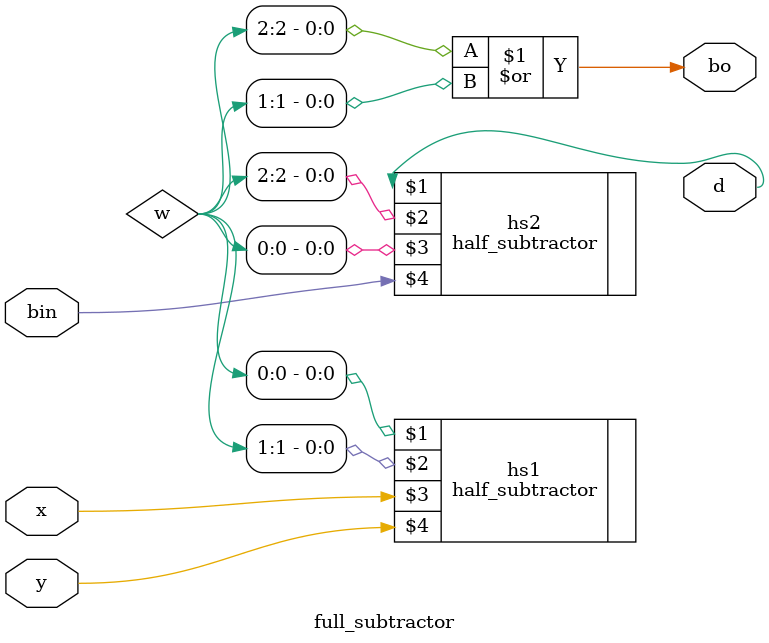
<source format=v>
module full_subtractor(d,bo,x,y,bin);
input x,y,bin;
output d,bo;
wire[2:0]w;
half_subtractor hs1(w[0],w[1],x,y);
half_subtractor hs2(d,w[2],w[0],bin);
or hs3(bo,w[2],w[1]);
endmodule
</source>
